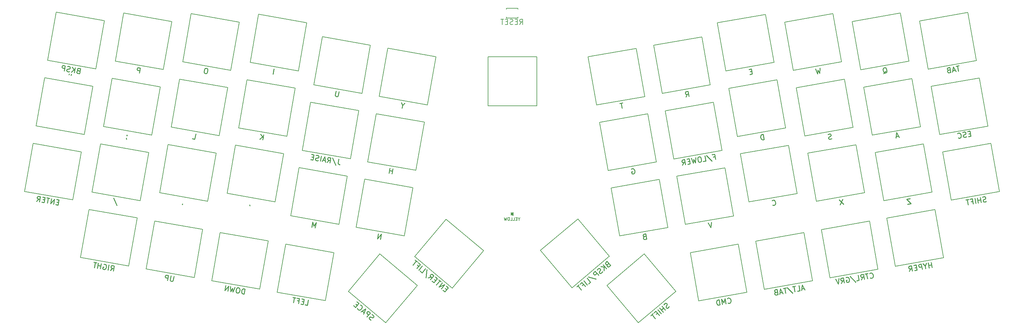
<source format=gbr>
G04 #@! TF.GenerationSoftware,KiCad,Pcbnew,(6.0.0-rc1-dev-1469-g932b9a334)*
G04 #@! TF.CreationDate,2019-08-24T21:44:17-07:00
G04 #@! TF.ProjectId,Laptreus-v2,4c617074-7265-4757-932d-76322e6b6963,rev?*
G04 #@! TF.SameCoordinates,Original*
G04 #@! TF.FileFunction,Legend,Bot*
G04 #@! TF.FilePolarity,Positive*
%FSLAX46Y46*%
G04 Gerber Fmt 4.6, Leading zero omitted, Abs format (unit mm)*
G04 Created by KiCad (PCBNEW (6.0.0-rc1-dev-1469-g932b9a334)) date Saturday, August 24, 2019 at 09:44:17 PM*
%MOMM*%
%LPD*%
G04 APERTURE LIST*
%ADD10C,0.200000*%
%ADD11C,0.150000*%
%ADD12C,0.250000*%
G04 APERTURE END LIST*
D10*
X235177727Y-77498946D02*
X235677727Y-76784660D01*
X236034870Y-77498946D02*
X236034870Y-75998946D01*
X235463441Y-75998946D01*
X235320584Y-76070375D01*
X235249156Y-76141803D01*
X235177727Y-76284660D01*
X235177727Y-76498946D01*
X235249156Y-76641803D01*
X235320584Y-76713232D01*
X235463441Y-76784660D01*
X236034870Y-76784660D01*
X234534870Y-76713232D02*
X234034870Y-76713232D01*
X233820584Y-77498946D02*
X234534870Y-77498946D01*
X234534870Y-75998946D01*
X233820584Y-75998946D01*
X233249156Y-77427517D02*
X233034870Y-77498946D01*
X232677727Y-77498946D01*
X232534870Y-77427517D01*
X232463441Y-77356089D01*
X232392013Y-77213232D01*
X232392013Y-77070375D01*
X232463441Y-76927517D01*
X232534870Y-76856089D01*
X232677727Y-76784660D01*
X232963441Y-76713232D01*
X233106298Y-76641803D01*
X233177727Y-76570375D01*
X233249156Y-76427517D01*
X233249156Y-76284660D01*
X233177727Y-76141803D01*
X233106298Y-76070375D01*
X232963441Y-75998946D01*
X232606298Y-75998946D01*
X232392013Y-76070375D01*
X231749156Y-76713232D02*
X231249156Y-76713232D01*
X231034870Y-77498946D02*
X231749156Y-77498946D01*
X231749156Y-75998946D01*
X231034870Y-75998946D01*
X230606298Y-75998946D02*
X229749156Y-75998946D01*
X230177727Y-77498946D02*
X230177727Y-75998946D01*
D11*
G04 #@! TO.C,SW1*
X365897979Y-87862165D02*
X363466904Y-74074856D01*
X363466904Y-74074856D02*
X349679595Y-76505931D01*
X352110670Y-90293240D02*
X365897979Y-87862165D01*
X349679595Y-76505931D02*
X352110670Y-90293240D01*
G04 #@! TO.C,SW2*
X346586060Y-88043398D02*
X344154985Y-74256089D01*
X344154985Y-74256089D02*
X330367676Y-76687164D01*
X332798751Y-90474473D02*
X346586060Y-88043398D01*
X330367676Y-76687164D02*
X332798751Y-90474473D01*
G04 #@! TO.C,SW19*
X194129370Y-103079328D02*
X191698295Y-116866637D01*
X191698295Y-116866637D02*
X205485604Y-119297712D01*
X207916679Y-105510403D02*
X194129370Y-103079328D01*
X205485604Y-119297712D02*
X207916679Y-105510403D01*
G04 #@! TO.C,SW3*
X311055756Y-76868398D02*
X313486831Y-90655707D01*
X313486831Y-90655707D02*
X327274140Y-88224632D01*
X324843065Y-74437323D02*
X311055756Y-76868398D01*
X327274140Y-88224632D02*
X324843065Y-74437323D01*
G04 #@! TO.C,SW12*
X102521038Y-73986184D02*
X100089963Y-87773493D01*
X100089963Y-87773493D02*
X113877272Y-90204568D01*
X116308347Y-76417259D02*
X102521038Y-73986184D01*
X113877272Y-90204568D02*
X116308347Y-76417259D01*
G04 #@! TO.C,SW11*
X121843684Y-74213515D02*
X119412609Y-88000824D01*
X119412609Y-88000824D02*
X133199918Y-90431899D01*
X135630993Y-76644590D02*
X121843684Y-74213515D01*
X133199918Y-90431899D02*
X135630993Y-76644590D01*
G04 #@! TO.C,SW47*
X130680278Y-133803276D02*
X128249203Y-147590585D01*
X128249203Y-147590585D02*
X142036512Y-150021660D01*
X144467587Y-136234351D02*
X130680278Y-133803276D01*
X142036512Y-150021660D02*
X144467587Y-136234351D01*
G04 #@! TO.C,SW24*
X110579999Y-109011253D02*
X113011074Y-95223944D01*
X113011074Y-95223944D02*
X99223765Y-92792869D01*
X96792690Y-106580178D02*
X110579999Y-109011253D01*
X99223765Y-92792869D02*
X96792690Y-106580178D01*
G04 #@! TO.C,SW_RESET2*
X226099155Y-86795373D02*
X226099155Y-100795373D01*
X226099155Y-100795373D02*
X240099155Y-100795373D01*
X240099155Y-86795373D02*
X226099155Y-86795373D01*
X240099155Y-100795373D02*
X240099155Y-86795373D01*
G04 #@! TO.C,SW4*
X291743834Y-77049630D02*
X294174909Y-90836939D01*
X294174909Y-90836939D02*
X307962218Y-88405864D01*
X305531143Y-74618555D02*
X291743834Y-77049630D01*
X307962218Y-88405864D02*
X305531143Y-74618555D01*
G04 #@! TO.C,SW5*
X273534581Y-83484392D02*
X275965656Y-97271701D01*
X275965656Y-97271701D02*
X289752965Y-94840626D01*
X287321890Y-81053317D02*
X273534581Y-83484392D01*
X289752965Y-94840626D02*
X287321890Y-81053317D01*
G04 #@! TO.C,SW6*
X254773992Y-86792390D02*
X257205067Y-100579699D01*
X257205067Y-100579699D02*
X270992376Y-98148624D01*
X268561301Y-84361315D02*
X254773992Y-86792390D01*
X270992376Y-98148624D02*
X268561301Y-84361315D01*
G04 #@! TO.C,SW7*
X197437368Y-84318741D02*
X195006293Y-98106050D01*
X195006293Y-98106050D02*
X208793602Y-100537125D01*
X211224677Y-86749816D02*
X197437368Y-84318741D01*
X208793602Y-100537125D02*
X211224677Y-86749816D01*
G04 #@! TO.C,SW8*
X178676780Y-81010743D02*
X176245705Y-94798052D01*
X176245705Y-94798052D02*
X190033014Y-97229127D01*
X192464089Y-83441818D02*
X178676780Y-81010743D01*
X190033014Y-97229127D02*
X192464089Y-83441818D01*
G04 #@! TO.C,SW9*
X160467524Y-74575981D02*
X158036449Y-88363290D01*
X158036449Y-88363290D02*
X171823758Y-90794365D01*
X174254833Y-77007056D02*
X160467524Y-74575981D01*
X171823758Y-90794365D02*
X174254833Y-77007056D01*
G04 #@! TO.C,SW10*
X141155605Y-74394747D02*
X138724530Y-88182056D01*
X138724530Y-88182056D02*
X152511839Y-90613131D01*
X154942914Y-76825822D02*
X141155605Y-74394747D01*
X152511839Y-90613131D02*
X154942914Y-76825822D01*
G04 #@! TO.C,SW13*
X369205979Y-106622753D02*
X366774904Y-92835444D01*
X366774904Y-92835444D02*
X352987595Y-95266519D01*
X355418670Y-109053828D02*
X369205979Y-106622753D01*
X352987595Y-95266519D02*
X355418670Y-109053828D01*
G04 #@! TO.C,SW14*
X349894057Y-106803985D02*
X347462982Y-93016676D01*
X347462982Y-93016676D02*
X333675673Y-95447751D01*
X336106748Y-109235060D02*
X349894057Y-106803985D01*
X333675673Y-95447751D02*
X336106748Y-109235060D01*
G04 #@! TO.C,SW15*
X314363754Y-95628983D02*
X316794829Y-109416292D01*
X316794829Y-109416292D02*
X330582138Y-106985217D01*
X328151063Y-93197908D02*
X314363754Y-95628983D01*
X330582138Y-106985217D02*
X328151063Y-93197908D01*
G04 #@! TO.C,SW16*
X295051833Y-95810218D02*
X297482908Y-109597527D01*
X297482908Y-109597527D02*
X311270217Y-107166452D01*
X308839142Y-93379143D02*
X295051833Y-95810218D01*
X311270217Y-107166452D02*
X308839142Y-93379143D01*
G04 #@! TO.C,SW17*
X276842577Y-102244980D02*
X279273652Y-116032289D01*
X279273652Y-116032289D02*
X293060961Y-113601214D01*
X290629886Y-99813905D02*
X276842577Y-102244980D01*
X293060961Y-113601214D02*
X290629886Y-99813905D01*
G04 #@! TO.C,SW18*
X258081990Y-105552979D02*
X260513065Y-119340288D01*
X260513065Y-119340288D02*
X274300374Y-116909213D01*
X271869299Y-103121904D02*
X258081990Y-105552979D01*
X274300374Y-116909213D02*
X271869299Y-103121904D01*
G04 #@! TO.C,SW20*
X175368783Y-99771329D02*
X172937708Y-113558638D01*
X172937708Y-113558638D02*
X186725017Y-115989713D01*
X189156092Y-102202404D02*
X175368783Y-99771329D01*
X186725017Y-115989713D02*
X189156092Y-102202404D01*
G04 #@! TO.C,SW21*
X157159527Y-93336568D02*
X154728452Y-107123877D01*
X154728452Y-107123877D02*
X168515761Y-109554952D01*
X170946836Y-95767643D02*
X157159527Y-93336568D01*
X168515761Y-109554952D02*
X170946836Y-95767643D01*
G04 #@! TO.C,SW22*
X137847609Y-93155333D02*
X135416534Y-106942642D01*
X135416534Y-106942642D02*
X149203843Y-109373717D01*
X151634918Y-95586408D02*
X137847609Y-93155333D01*
X149203843Y-109373717D02*
X151634918Y-95586408D01*
G04 #@! TO.C,SW23*
X118535686Y-92974102D02*
X116104611Y-106761411D01*
X116104611Y-106761411D02*
X129891920Y-109192486D01*
X132322995Y-95405177D02*
X118535686Y-92974102D01*
X129891920Y-109192486D02*
X132322995Y-95405177D01*
G04 #@! TO.C,SW25*
X356295596Y-114027106D02*
X358726671Y-127814415D01*
X358726671Y-127814415D02*
X372513980Y-125383340D01*
X370082905Y-111596031D02*
X356295596Y-114027106D01*
X372513980Y-125383340D02*
X370082905Y-111596031D01*
G04 #@! TO.C,SW26*
X336983671Y-114208340D02*
X339414746Y-127995649D01*
X339414746Y-127995649D02*
X353202055Y-125564574D01*
X350770980Y-111777265D02*
X336983671Y-114208340D01*
X353202055Y-125564574D02*
X350770980Y-111777265D01*
G04 #@! TO.C,SW27*
X317671751Y-114389572D02*
X320102826Y-128176881D01*
X320102826Y-128176881D02*
X333890135Y-125745806D01*
X331459060Y-111958497D02*
X317671751Y-114389572D01*
X333890135Y-125745806D02*
X331459060Y-111958497D01*
G04 #@! TO.C,SW28*
X298359832Y-114570805D02*
X300790907Y-128358114D01*
X300790907Y-128358114D02*
X314578216Y-125927039D01*
X312147141Y-112139730D02*
X298359832Y-114570805D01*
X314578216Y-125927039D02*
X312147141Y-112139730D01*
G04 #@! TO.C,SW29*
X280150577Y-121005568D02*
X282581652Y-134792877D01*
X282581652Y-134792877D02*
X296368961Y-132361802D01*
X293937886Y-118574493D02*
X280150577Y-121005568D01*
X296368961Y-132361802D02*
X293937886Y-118574493D01*
G04 #@! TO.C,SW30*
X261389987Y-124313565D02*
X263821062Y-138100874D01*
X263821062Y-138100874D02*
X277608371Y-135669799D01*
X275177296Y-121882490D02*
X261389987Y-124313565D01*
X277608371Y-135669799D02*
X275177296Y-121882490D01*
G04 #@! TO.C,SW31*
X190821372Y-121839916D02*
X188390297Y-135627225D01*
X188390297Y-135627225D02*
X202177606Y-138058300D01*
X204608681Y-124270991D02*
X190821372Y-121839916D01*
X202177606Y-138058300D02*
X204608681Y-124270991D01*
G04 #@! TO.C,SW32*
X172060785Y-118531919D02*
X169629710Y-132319228D01*
X169629710Y-132319228D02*
X183417019Y-134750303D01*
X185848094Y-120962994D02*
X172060785Y-118531919D01*
X183417019Y-134750303D02*
X185848094Y-120962994D01*
G04 #@! TO.C,SW33*
X153851528Y-112097156D02*
X151420453Y-125884465D01*
X151420453Y-125884465D02*
X165207762Y-128315540D01*
X167638837Y-114528231D02*
X153851528Y-112097156D01*
X165207762Y-128315540D02*
X167638837Y-114528231D01*
G04 #@! TO.C,SW34*
X134539609Y-111915923D02*
X132108534Y-125703232D01*
X132108534Y-125703232D02*
X145895843Y-128134307D01*
X148326918Y-114346998D02*
X134539609Y-111915923D01*
X145895843Y-128134307D02*
X148326918Y-114346998D01*
G04 #@! TO.C,SW37*
X340291669Y-132968927D02*
X342722744Y-146756236D01*
X342722744Y-146756236D02*
X356510053Y-144325161D01*
X354078978Y-130537852D02*
X340291669Y-132968927D01*
X356510053Y-144325161D02*
X354078978Y-130537852D01*
G04 #@! TO.C,SW38*
X321531082Y-136276925D02*
X323962157Y-150064234D01*
X323962157Y-150064234D02*
X337749466Y-147633159D01*
X335318391Y-133845850D02*
X321531082Y-136276925D01*
X337749466Y-147633159D02*
X335318391Y-133845850D01*
G04 #@! TO.C,SW39*
X302770495Y-139584921D02*
X305201570Y-153372230D01*
X305201570Y-153372230D02*
X318988879Y-150941155D01*
X316557804Y-137153846D02*
X302770495Y-139584921D01*
X318988879Y-150941155D02*
X316557804Y-137153846D01*
G04 #@! TO.C,SW40*
X284009909Y-142892920D02*
X286440984Y-156680229D01*
X286440984Y-156680229D02*
X300228293Y-154249154D01*
X297797218Y-140461845D02*
X284009909Y-142892920D01*
X300228293Y-154249154D02*
X297797218Y-140461845D01*
G04 #@! TO.C,SW41*
X260137553Y-152271387D02*
X269136579Y-162996009D01*
X269136579Y-162996009D02*
X279861201Y-153996983D01*
X270862175Y-143272361D02*
X260137553Y-152271387D01*
X279861201Y-153996983D02*
X270862175Y-143272361D01*
G04 #@! TO.C,SW42*
X241137147Y-142206578D02*
X250136173Y-152931200D01*
X250136173Y-152931200D02*
X260860795Y-143932174D01*
X251861769Y-133207552D02*
X241137147Y-142206578D01*
X260860795Y-143932174D02*
X251861769Y-133207552D01*
G04 #@! TO.C,SW44*
X195136571Y-143270343D02*
X186137545Y-153994965D01*
X186137545Y-153994965D02*
X196862167Y-162993991D01*
X205861193Y-152269369D02*
X195136571Y-143270343D01*
X196862167Y-162993991D02*
X205861193Y-152269369D01*
G04 #@! TO.C,SW45*
X168201453Y-140419271D02*
X165770378Y-154206580D01*
X165770378Y-154206580D02*
X179557687Y-156637655D01*
X181988762Y-142850346D02*
X168201453Y-140419271D01*
X179557687Y-156637655D02*
X181988762Y-142850346D01*
G04 #@! TO.C,SW46*
X149440867Y-137111273D02*
X147009792Y-150898582D01*
X147009792Y-150898582D02*
X160797101Y-153329657D01*
X163228176Y-139542348D02*
X149440867Y-137111273D01*
X160797101Y-153329657D02*
X163228176Y-139542348D01*
G04 #@! TO.C,SW43*
X214136614Y-133304016D02*
X205137588Y-144028638D01*
X205137588Y-144028638D02*
X215862210Y-153027664D01*
X224861236Y-142303042D02*
X214136614Y-133304016D01*
X215862210Y-153027664D02*
X224861236Y-142303042D01*
G04 #@! TO.C,SW36*
X95915769Y-111553457D02*
X93484694Y-125340766D01*
X93484694Y-125340766D02*
X107272003Y-127771841D01*
X109703078Y-113984532D02*
X95915769Y-111553457D01*
X107272003Y-127771841D02*
X109703078Y-113984532D01*
G04 #@! TO.C,SW48*
X111919691Y-130495277D02*
X109488616Y-144282586D01*
X109488616Y-144282586D02*
X123275925Y-146713661D01*
X125707000Y-132926352D02*
X111919691Y-130495277D01*
X123275925Y-146713661D02*
X125707000Y-132926352D01*
G04 #@! TO.C,SW35*
X115227689Y-111734691D02*
X112796614Y-125522000D01*
X112796614Y-125522000D02*
X126583923Y-127953075D01*
X129014998Y-114165766D02*
X115227689Y-111734691D01*
X126583923Y-127953075D02*
X129014998Y-114165766D01*
G04 #@! TO.C,SW_RESET1*
X231349157Y-72845374D02*
X231349157Y-73145374D01*
X234649157Y-72845374D02*
X231349157Y-72845374D01*
X234649157Y-73145374D02*
X234649157Y-72845374D01*
X231349157Y-75645374D02*
X231349157Y-75345374D01*
X234649157Y-75645374D02*
X231349157Y-75645374D01*
X234649157Y-75345374D02*
X234649157Y-75645374D01*
G04 #@! TO.C,L1*
G36*
X233253156Y-131795375D02*
G01*
X232745156Y-132176375D01*
X232745156Y-131414375D01*
X233253156Y-131795375D01*
G37*
X233253156Y-131795375D02*
X232745156Y-132176375D01*
X232745156Y-131414375D01*
X233253156Y-131795375D01*
G36*
X233139656Y-132239875D02*
G01*
X233139656Y-131350875D01*
X233330156Y-131350875D01*
X233330156Y-132239875D01*
X233139656Y-132239875D01*
G37*
X233139656Y-132239875D02*
X233139656Y-131350875D01*
X233330156Y-131350875D01*
X233330156Y-132239875D01*
X233139656Y-132239875D01*
G04 #@! TO.C,SW1*
D12*
X360898549Y-89331196D02*
X360054428Y-89480037D01*
X360736961Y-90882828D02*
X360476488Y-89405616D01*
X359818419Y-90609609D02*
X359114985Y-90733643D01*
X360033527Y-91006862D02*
X359280650Y-89616475D01*
X359048719Y-91180510D01*
X357927473Y-90580381D02*
X357728846Y-90687935D01*
X357670906Y-90770682D01*
X357625370Y-90923772D01*
X357662580Y-91134802D01*
X357757731Y-91263086D01*
X357840477Y-91321025D01*
X357993568Y-91366562D01*
X358556315Y-91267334D01*
X358295843Y-89790123D01*
X357803439Y-89876947D01*
X357675155Y-89972097D01*
X357617215Y-90054844D01*
X357571679Y-90207934D01*
X357596486Y-90348621D01*
X357691636Y-90476905D01*
X357774383Y-90534845D01*
X357927473Y-90580381D01*
X358419877Y-90493557D01*
G04 #@! TO.C,SW2*
X339329045Y-91603551D02*
X339457328Y-91508401D01*
X339573208Y-91342907D01*
X339747028Y-91094667D01*
X339875311Y-90999516D01*
X340015998Y-90974710D01*
X340007672Y-91338830D02*
X340135955Y-91243680D01*
X340251835Y-91078186D01*
X340272565Y-90784409D01*
X340185741Y-90292005D01*
X340065784Y-90023035D01*
X339900290Y-89907155D01*
X339747200Y-89861618D01*
X339465826Y-89911232D01*
X339337543Y-90006382D01*
X339221663Y-90171876D01*
X339200933Y-90465653D01*
X339287757Y-90958057D01*
X339407714Y-91227027D01*
X339573208Y-91342907D01*
X339726298Y-91388444D01*
X340007672Y-91338830D01*
G04 #@! TO.C,SW19*
X198635704Y-120302069D02*
X198896177Y-118824857D01*
X198772142Y-119528291D02*
X197928021Y-119379450D01*
X197791583Y-120153227D02*
X198052056Y-118676016D01*
G04 #@! TO.C,SW3*
X321131409Y-89996800D02*
X321040164Y-91536029D01*
X320572739Y-90530492D01*
X320477417Y-91635257D01*
X319865227Y-90220062D01*
G04 #@! TO.C,SW12*
X108816880Y-90726628D02*
X108593447Y-90759761D01*
X108510700Y-90817701D01*
X108415549Y-90945984D01*
X108378339Y-91157015D01*
X108423876Y-91310105D01*
X108481816Y-91392852D01*
X108610099Y-91488002D01*
X109172846Y-91587230D01*
X109433319Y-90110018D01*
X108940915Y-90023194D01*
X108787824Y-90068730D01*
X108705078Y-90126670D01*
X108609927Y-90254954D01*
X108585120Y-90395640D01*
X108630657Y-90548731D01*
X108688597Y-90631478D01*
X108816880Y-90726628D01*
X109309284Y-90813452D01*
X107695635Y-91326757D02*
X107956107Y-89849546D01*
X106851514Y-91177916D02*
X107633446Y-90445426D01*
X107111986Y-89700704D02*
X107807266Y-90693667D01*
X106301170Y-91008345D02*
X106077736Y-91041478D01*
X105726019Y-90979461D01*
X105597736Y-90884311D01*
X105539796Y-90801564D01*
X105494259Y-90648473D01*
X105519066Y-90507787D01*
X105614216Y-90379503D01*
X105696963Y-90321563D01*
X105850054Y-90276027D01*
X106143831Y-90255297D01*
X106296921Y-90209761D01*
X106379668Y-90151821D01*
X106474818Y-90023537D01*
X106499625Y-89882850D01*
X106454088Y-89729760D01*
X106396148Y-89647013D01*
X106267865Y-89551863D01*
X105916148Y-89489846D01*
X105692714Y-89522979D01*
X104811555Y-90818216D02*
X105072027Y-89341005D01*
X104509280Y-89241777D01*
X104356190Y-89287314D01*
X104273443Y-89345253D01*
X104178292Y-89473537D01*
X104141082Y-89684567D01*
X104186619Y-89837657D01*
X104244559Y-89920404D01*
X104372842Y-90015555D01*
X104935589Y-90114782D01*
G04 #@! TO.C,SW11*
X126314847Y-91430054D02*
X126575319Y-89952842D01*
X126012572Y-89853615D01*
X125859481Y-89899151D01*
X125776734Y-89957091D01*
X125681584Y-90085375D01*
X125644374Y-90296405D01*
X125689910Y-90449495D01*
X125747850Y-90532242D01*
X125876134Y-90627392D01*
X126438881Y-90726620D01*
G04 #@! TO.C,SW47*
X136185690Y-149679041D02*
X135974832Y-150874879D01*
X135879682Y-151003162D01*
X135796935Y-151061102D01*
X135643844Y-151106639D01*
X135362471Y-151057025D01*
X135234187Y-150961875D01*
X135176247Y-150879128D01*
X135130711Y-150726038D01*
X135341569Y-149530200D01*
X134377663Y-150883377D02*
X134638135Y-149406165D01*
X134075388Y-149306938D01*
X133922298Y-149352474D01*
X133839551Y-149410414D01*
X133744401Y-149538698D01*
X133707190Y-149749728D01*
X133752727Y-149902818D01*
X133810667Y-149985565D01*
X133938950Y-150080715D01*
X134501697Y-150179943D01*
G04 #@! TO.C,SW24*
X106801905Y-91771859D02*
X106752291Y-92053233D01*
X106239157Y-91672632D02*
X106189544Y-91954005D01*
G04 #@! TO.C,SW4*
X301626976Y-90937282D02*
X301134572Y-91024106D01*
X301059979Y-91835094D02*
X301763414Y-91711059D01*
X301502941Y-90233848D01*
X300799507Y-90357882D01*
G04 #@! TO.C,SW5*
X282780383Y-98282259D02*
X283148752Y-97492001D01*
X283624504Y-98133418D02*
X283364032Y-96656206D01*
X282801284Y-96755434D01*
X282673001Y-96850584D01*
X282615061Y-96933331D01*
X282569525Y-97086421D01*
X282606735Y-97297452D01*
X282701885Y-97425735D01*
X282784632Y-97483675D01*
X282937722Y-97529211D01*
X283500470Y-97429984D01*
G04 #@! TO.C,SW6*
X264638614Y-99958003D02*
X263794493Y-100106844D01*
X264477026Y-101509635D02*
X264216554Y-100032423D01*
G04 #@! TO.C,SW7*
X201645676Y-100763627D02*
X201521642Y-101467061D01*
X202274518Y-100076673D02*
X201645676Y-100763627D01*
X201289710Y-99903025D01*
G04 #@! TO.C,SW8*
X183443587Y-96756272D02*
X183232728Y-97952110D01*
X183137578Y-98080393D01*
X183054831Y-98138333D01*
X182901741Y-98183870D01*
X182620367Y-98134256D01*
X182492084Y-98039106D01*
X182434144Y-97956359D01*
X182388607Y-97803269D01*
X182599466Y-96607431D01*
G04 #@! TO.C,SW9*
X164551798Y-91724301D02*
X164812270Y-90247089D01*
G04 #@! TO.C,SW10*
X145641038Y-90090662D02*
X145359664Y-90041048D01*
X145206574Y-90086585D01*
X145041080Y-90202465D01*
X144921123Y-90471435D01*
X144834299Y-90963839D01*
X144855029Y-91257616D01*
X144970909Y-91423110D01*
X145099192Y-91518260D01*
X145380566Y-91567874D01*
X145533656Y-91522337D01*
X145699150Y-91406457D01*
X145819107Y-91137487D01*
X145905931Y-90645083D01*
X145885201Y-90351306D01*
X145769321Y-90185812D01*
X145641038Y-90090662D01*
G04 #@! TO.C,SW13*
X364189135Y-108729772D02*
X363696731Y-108816596D01*
X363622138Y-109627584D02*
X364325572Y-109503550D01*
X364065100Y-108026338D01*
X363361666Y-108150373D01*
X363046988Y-109656468D02*
X362848361Y-109764022D01*
X362496644Y-109826039D01*
X362343554Y-109780503D01*
X362260807Y-109722563D01*
X362165656Y-109594279D01*
X362140849Y-109453593D01*
X362186386Y-109300502D01*
X362244326Y-109217756D01*
X362372609Y-109122605D01*
X362641580Y-109002648D01*
X362769863Y-108907498D01*
X362827803Y-108824751D01*
X362873339Y-108671661D01*
X362848533Y-108530974D01*
X362753382Y-108402690D01*
X362670635Y-108344750D01*
X362517545Y-108299214D01*
X362165828Y-108361231D01*
X361967201Y-108468785D01*
X360713252Y-109995439D02*
X360795998Y-110053379D01*
X361019432Y-110086512D01*
X361160119Y-110061705D01*
X361358746Y-109954151D01*
X361474626Y-109788657D01*
X361520162Y-109635567D01*
X361540892Y-109341790D01*
X361503682Y-109130760D01*
X361383724Y-108861790D01*
X361288574Y-108733506D01*
X361123080Y-108617626D01*
X360899647Y-108584493D01*
X360758960Y-108609300D01*
X360560333Y-108716854D01*
X360502393Y-108799601D01*
G04 #@! TO.C,SW14*
X343619284Y-109454559D02*
X342915849Y-109578594D01*
X343834391Y-109851813D02*
X343081515Y-108461425D01*
X342849583Y-110025461D01*
G04 #@! TO.C,SW15*
X324476445Y-110201464D02*
X324277818Y-110309018D01*
X323926101Y-110371035D01*
X323773011Y-110325498D01*
X323690264Y-110267558D01*
X323595114Y-110139275D01*
X323570307Y-109998588D01*
X323615844Y-109845498D01*
X323673784Y-109762751D01*
X323802067Y-109667601D01*
X324071037Y-109547644D01*
X324199321Y-109452493D01*
X324257261Y-109369746D01*
X324302797Y-109216656D01*
X324277990Y-109075969D01*
X324182840Y-108947686D01*
X324100093Y-108889746D01*
X323947003Y-108844209D01*
X323595286Y-108906227D01*
X323396659Y-109013780D01*
G04 #@! TO.C,SW16*
X305141756Y-110459244D02*
X304881284Y-108982032D01*
X304529567Y-109044050D01*
X304330940Y-109151603D01*
X304215060Y-109317097D01*
X304169523Y-109470187D01*
X304148794Y-109763964D01*
X304186004Y-109974995D01*
X304305961Y-110243965D01*
X304401112Y-110372248D01*
X304566605Y-110488128D01*
X304790039Y-110521261D01*
X305141756Y-110459244D01*
G04 #@! TO.C,SW17*
X290594606Y-115450443D02*
X291087010Y-115363619D01*
X291223448Y-116137396D02*
X290962976Y-114660184D01*
X290259542Y-114784219D01*
X288629240Y-114999155D02*
X290230314Y-116675165D01*
X287706277Y-116757568D02*
X288409712Y-116633534D01*
X288149239Y-115156322D01*
X286672028Y-115416794D02*
X286390654Y-115466408D01*
X286262371Y-115561558D01*
X286146491Y-115727052D01*
X286125761Y-116020829D01*
X286212585Y-116513233D01*
X286332542Y-116782203D01*
X286498036Y-116898083D01*
X286651126Y-116943620D01*
X286932500Y-116894006D01*
X287060783Y-116798856D01*
X287176663Y-116633362D01*
X287197393Y-116339585D01*
X287110569Y-115847181D01*
X286990612Y-115578211D01*
X286825118Y-115462331D01*
X286672028Y-115416794D01*
X285546533Y-115615249D02*
X285455288Y-117154478D01*
X284987863Y-116148941D01*
X284892541Y-117253706D01*
X284280352Y-115838511D01*
X283841639Y-116641173D02*
X283349235Y-116727997D01*
X283274643Y-117538985D02*
X283978077Y-117414951D01*
X283717604Y-115937739D01*
X283014170Y-116061773D01*
X281797431Y-117799457D02*
X282165800Y-117009199D01*
X282641552Y-117650616D02*
X282381080Y-116173404D01*
X281818332Y-116272632D01*
X281690049Y-116367782D01*
X281632109Y-116450529D01*
X281586572Y-116603619D01*
X281623783Y-116814649D01*
X281718933Y-116942933D01*
X281801680Y-117000873D01*
X281954770Y-117046409D01*
X282517517Y-116947182D01*
G04 #@! TO.C,SW18*
X267150067Y-118931575D02*
X267278350Y-118836424D01*
X267489380Y-118799214D01*
X267712814Y-118832347D01*
X267878308Y-118948227D01*
X267973458Y-119076510D01*
X268093415Y-119345481D01*
X268130625Y-119556511D01*
X268109896Y-119850288D01*
X268064359Y-120003378D01*
X267948479Y-120168872D01*
X267749852Y-120276426D01*
X267609166Y-120301233D01*
X267385732Y-120268099D01*
X267302985Y-120210159D01*
X267216161Y-119717756D01*
X267497535Y-119668142D01*
G04 #@! TO.C,SW20*
X183371386Y-116087416D02*
X183185335Y-117142567D01*
X183218468Y-117366001D01*
X183334348Y-117531495D01*
X183532975Y-117639048D01*
X183673661Y-117663855D01*
X181625205Y-115706987D02*
X182556493Y-117829521D01*
X180015804Y-117018876D02*
X180632242Y-116402266D01*
X180859925Y-117167718D02*
X181120397Y-115690506D01*
X180557650Y-115591279D01*
X180404560Y-115636815D01*
X180321813Y-115694755D01*
X180226663Y-115823038D01*
X180189452Y-116034069D01*
X180234989Y-116187159D01*
X180292929Y-116269906D01*
X180421212Y-116365056D01*
X180983959Y-116464284D01*
X179527477Y-116497588D02*
X178824043Y-116373554D01*
X179593744Y-116944456D02*
X179361812Y-115380420D01*
X178608936Y-116770808D01*
X178116532Y-116683984D02*
X178377004Y-115206772D01*
X177495845Y-116502009D02*
X177272411Y-116535142D01*
X176920694Y-116473125D01*
X176792411Y-116377975D01*
X176734471Y-116295228D01*
X176688934Y-116142138D01*
X176713741Y-116001451D01*
X176808891Y-115873167D01*
X176891638Y-115815227D01*
X177044728Y-115769691D01*
X177338506Y-115748961D01*
X177491596Y-115703425D01*
X177574343Y-115645485D01*
X177669493Y-115517201D01*
X177694300Y-115376515D01*
X177648763Y-115223424D01*
X177590823Y-115140677D01*
X177462540Y-115045527D01*
X177110823Y-114983510D01*
X176887389Y-115016643D01*
X176142668Y-115538103D02*
X175650264Y-115451279D01*
X175302796Y-116187846D02*
X176006230Y-116311880D01*
X176266702Y-114834669D01*
X175563268Y-114710634D01*
G04 #@! TO.C,SW21*
X161630690Y-110553107D02*
X161891162Y-109075895D01*
X160786569Y-110404266D02*
X161568501Y-109671776D01*
X161047041Y-108927054D02*
X161742321Y-109920016D01*
G04 #@! TO.C,SW22*
X141474651Y-110223031D02*
X142178085Y-110347065D01*
X142438557Y-108869853D01*
G04 #@! TO.C,SW23*
X122562020Y-110039675D02*
X122549616Y-110110018D01*
X122595153Y-110263109D01*
X122653093Y-110345856D01*
X122781205Y-109207958D02*
X122698458Y-109265898D01*
X122756398Y-109348644D01*
X122839145Y-109290704D01*
X122781205Y-109207958D01*
X122756398Y-109348644D01*
G04 #@! TO.C,SW25*
X368729620Y-128190273D02*
X368530993Y-128297827D01*
X368179276Y-128359844D01*
X368026186Y-128314308D01*
X367943439Y-128256368D01*
X367848289Y-128128084D01*
X367823482Y-127987398D01*
X367869018Y-127834307D01*
X367926958Y-127751560D01*
X368055242Y-127656410D01*
X368324212Y-127536453D01*
X368452495Y-127441303D01*
X368510435Y-127358556D01*
X368555972Y-127205466D01*
X368531165Y-127064779D01*
X368436014Y-126936495D01*
X368353268Y-126878555D01*
X368200177Y-126833019D01*
X367848460Y-126895036D01*
X367649833Y-127002590D01*
X367264812Y-128521089D02*
X367004339Y-127043877D01*
X367128374Y-127747311D02*
X366284253Y-127896153D01*
X366420691Y-128669930D02*
X366160218Y-127192719D01*
X365717257Y-128793965D02*
X365456784Y-127316753D01*
X364384981Y-128231046D02*
X364877385Y-128144222D01*
X365013822Y-128917999D02*
X364753350Y-127440787D01*
X364049916Y-127564822D01*
X363698199Y-127626839D02*
X362854078Y-127775680D01*
X363536611Y-129178471D02*
X363276139Y-127701260D01*
G04 #@! TO.C,SW26*
X346918637Y-127361549D02*
X345933829Y-127535197D01*
X347179109Y-128838761D01*
X346194301Y-129012409D01*
G04 #@! TO.C,SW27*
X327606717Y-127542781D02*
X326882381Y-129193641D01*
X326621909Y-127716429D02*
X327867189Y-129019993D01*
G04 #@! TO.C,SW28*
X307580827Y-129227985D02*
X307663574Y-129285925D01*
X307887008Y-129319059D01*
X308027694Y-129294252D01*
X308226321Y-129186698D01*
X308342201Y-129021204D01*
X308387738Y-128868114D01*
X308408467Y-128574337D01*
X308371257Y-128363307D01*
X308251300Y-128094336D01*
X308156150Y-127966053D01*
X307990656Y-127850173D01*
X307767222Y-127817040D01*
X307626535Y-127841847D01*
X307427909Y-127949401D01*
X307369969Y-128032147D01*
G04 #@! TO.C,SW29*
X290085543Y-134158777D02*
X289853611Y-135722813D01*
X289100735Y-134332425D01*
G04 #@! TO.C,SW30*
X270851068Y-138275638D02*
X270652441Y-138383191D01*
X270594501Y-138465938D01*
X270548965Y-138619028D01*
X270586175Y-138830059D01*
X270681326Y-138958342D01*
X270764072Y-139016282D01*
X270917163Y-139061819D01*
X271479910Y-138962591D01*
X271219438Y-137485379D01*
X270727034Y-137572203D01*
X270598750Y-137667354D01*
X270540810Y-137750101D01*
X270495274Y-137903191D01*
X270520081Y-138043878D01*
X270615231Y-138172161D01*
X270697978Y-138230101D01*
X270851068Y-138275638D01*
X271343472Y-138188813D01*
G04 #@! TO.C,SW31*
X195327706Y-139062657D02*
X195588179Y-137585445D01*
X194483585Y-138913815D01*
X194744058Y-137436604D01*
G04 #@! TO.C,SW32*
X176637463Y-135767063D02*
X176897935Y-134289851D01*
X176219479Y-135258178D01*
X175913127Y-134116203D01*
X175652655Y-135593415D01*
G04 #@! TO.C,SW33*
X157877862Y-129162729D02*
X157865458Y-129233072D01*
X157910995Y-129386163D01*
X157968935Y-129468910D01*
G04 #@! TO.C,SW34*
X138648690Y-128923556D02*
X138565943Y-128981496D01*
X138623883Y-129064243D01*
X138706630Y-129006303D01*
X138648690Y-128923556D01*
X138623883Y-129064243D01*
G04 #@! TO.C,SW37*
X353195328Y-147121815D02*
X352934856Y-145644604D01*
X353058891Y-146348038D02*
X352214770Y-146496879D01*
X352351207Y-147270657D02*
X352090735Y-145793445D01*
X351242365Y-146740871D02*
X351366400Y-147444305D01*
X351598331Y-145880269D02*
X351242365Y-146740871D01*
X350613524Y-146053917D01*
X350381592Y-147617953D02*
X350121120Y-146140741D01*
X349558372Y-146239969D01*
X349430089Y-146335119D01*
X349372149Y-146417866D01*
X349326613Y-146570956D01*
X349363823Y-146781987D01*
X349458973Y-146910270D01*
X349541720Y-146968210D01*
X349694810Y-147013746D01*
X350257558Y-146914519D01*
X348767942Y-147104648D02*
X348275539Y-147191472D01*
X348200946Y-148002460D02*
X348904380Y-147878425D01*
X348643908Y-146401214D01*
X347940474Y-146525248D01*
X346723735Y-148262932D02*
X347092104Y-147472674D01*
X347567856Y-148114091D02*
X347307383Y-146636879D01*
X346744636Y-146736107D01*
X346616353Y-146831257D01*
X346558413Y-146914004D01*
X346512876Y-147067094D01*
X346550086Y-147278124D01*
X346645237Y-147406408D01*
X346727984Y-147464348D01*
X346881074Y-147509884D01*
X347443821Y-147410657D01*
G04 #@! TO.C,SW38*
X335535429Y-150090671D02*
X335618176Y-150148611D01*
X335841610Y-150181745D01*
X335982296Y-150156938D01*
X336180923Y-150049384D01*
X336296803Y-149883890D01*
X336342340Y-149730800D01*
X336363069Y-149437023D01*
X336325859Y-149225993D01*
X336205902Y-148957022D01*
X336110752Y-148828739D01*
X335945258Y-148712859D01*
X335721824Y-148679726D01*
X335581137Y-148704533D01*
X335382511Y-148812087D01*
X335324571Y-148894833D01*
X334877703Y-148828567D02*
X334033582Y-148977409D01*
X334716115Y-150380200D02*
X334455643Y-148902988D01*
X332957530Y-150690286D02*
X333325899Y-149900027D01*
X333801651Y-150541444D02*
X333541178Y-149064233D01*
X332978431Y-149163460D01*
X332850148Y-149258610D01*
X332792208Y-149341357D01*
X332746671Y-149494448D01*
X332783882Y-149705478D01*
X332879032Y-149833761D01*
X332961779Y-149891701D01*
X333114869Y-149937238D01*
X333677616Y-149838010D01*
X331621005Y-150925951D02*
X332324439Y-150801917D01*
X332063967Y-149324705D01*
X329800574Y-149651272D02*
X331401649Y-151327282D01*
X328559200Y-150015220D02*
X328687483Y-149920070D01*
X328898513Y-149882860D01*
X329121947Y-149915993D01*
X329287441Y-150031873D01*
X329382591Y-150160156D01*
X329502548Y-150429126D01*
X329539758Y-150640157D01*
X329519029Y-150933934D01*
X329473492Y-151087024D01*
X329357612Y-151252518D01*
X329158986Y-151360071D01*
X329018299Y-151384878D01*
X328794865Y-151351745D01*
X328712118Y-151293805D01*
X328625294Y-150801401D01*
X328906668Y-150751788D01*
X327259713Y-151694964D02*
X327628083Y-150904706D01*
X328103834Y-151546123D02*
X327843362Y-150068911D01*
X327280615Y-150168139D01*
X327152331Y-150263289D01*
X327094392Y-150346036D01*
X327048855Y-150499126D01*
X327086065Y-150710157D01*
X327181216Y-150838440D01*
X327263962Y-150896380D01*
X327417053Y-150941916D01*
X327979800Y-150842689D01*
X326577181Y-150292173D02*
X326345249Y-151856209D01*
X325592373Y-150465822D01*
G04 #@! TO.C,SW39*
X316619713Y-153135899D02*
X315916279Y-153259933D01*
X316834821Y-153533153D02*
X316081945Y-152142765D01*
X315850013Y-153706801D01*
X314654175Y-153917659D02*
X315357609Y-153793625D01*
X315097137Y-152316413D01*
X314112329Y-152490061D02*
X313268208Y-152638903D01*
X313950741Y-154041694D02*
X313690269Y-152564482D01*
X311708250Y-152841435D02*
X313309324Y-154517445D01*
X311439279Y-152961392D02*
X310595158Y-153110233D01*
X311277691Y-154513024D02*
X311017219Y-153035813D01*
X310359150Y-154239805D02*
X309655716Y-154363840D01*
X310574257Y-154637059D02*
X309821381Y-153246671D01*
X309589449Y-154810707D01*
X308468204Y-154210578D02*
X308269577Y-154318131D01*
X308211637Y-154400878D01*
X308166100Y-154553969D01*
X308203311Y-154764999D01*
X308298461Y-154893282D01*
X308381208Y-154951222D01*
X308534298Y-154996759D01*
X309097045Y-154897531D01*
X308836573Y-153420319D01*
X308344169Y-153507144D01*
X308215886Y-153602294D01*
X308157946Y-153685041D01*
X308112409Y-153838131D01*
X308137216Y-153978818D01*
X308232367Y-154107101D01*
X308315113Y-154165041D01*
X308468204Y-154210578D01*
X308960608Y-154123754D01*
G04 #@! TO.C,SW40*
X294813631Y-157271023D02*
X294896378Y-157328963D01*
X295119811Y-157362096D01*
X295260498Y-157337289D01*
X295459125Y-157229735D01*
X295575005Y-157064242D01*
X295620541Y-156911151D01*
X295641271Y-156617374D01*
X295604061Y-156406344D01*
X295484104Y-156137374D01*
X295388953Y-156009091D01*
X295223460Y-155893211D01*
X295000026Y-155860078D01*
X294859339Y-155884884D01*
X294660712Y-155992438D01*
X294602772Y-156075185D01*
X294205347Y-157523341D02*
X293944875Y-156046129D01*
X293638523Y-157188104D01*
X292960067Y-156219777D01*
X293220539Y-157696989D01*
X292517105Y-157821023D02*
X292256633Y-156343812D01*
X291904916Y-156405829D01*
X291706289Y-156513383D01*
X291590409Y-156678876D01*
X291544873Y-156831967D01*
X291524143Y-157125744D01*
X291561353Y-157336774D01*
X291681310Y-157605744D01*
X291776461Y-157734028D01*
X291941954Y-157849908D01*
X292165388Y-157883041D01*
X292517105Y-157821023D01*
G04 #@! TO.C,SW41*
X277987316Y-158320038D02*
X277869077Y-158512496D01*
X277595490Y-158742063D01*
X277440142Y-158779172D01*
X277339511Y-158770368D01*
X277192967Y-158706847D01*
X277101140Y-158597412D01*
X277064030Y-158442063D01*
X277072835Y-158341433D01*
X277136356Y-158194888D01*
X277309313Y-157956517D01*
X277372834Y-157809973D01*
X277381638Y-157709342D01*
X277344529Y-157553994D01*
X277252702Y-157444559D01*
X277106158Y-157381037D01*
X277005527Y-157372233D01*
X276850178Y-157409343D01*
X276576591Y-157638910D01*
X276458352Y-157831367D01*
X276884163Y-159338937D02*
X275919982Y-158189870D01*
X276379116Y-158737045D02*
X275722506Y-159288006D01*
X276227554Y-159889898D02*
X275263372Y-158740831D01*
X275680379Y-160349032D02*
X274716198Y-159199965D01*
X274245135Y-160527668D02*
X274628157Y-160206274D01*
X275133204Y-160808166D02*
X274169023Y-159659099D01*
X273621848Y-160118233D01*
X273348261Y-160347800D02*
X272691652Y-160898761D01*
X273984138Y-161772347D02*
X273019956Y-160623281D01*
G04 #@! TO.C,SW42*
X260278735Y-146238826D02*
X260160496Y-146431284D01*
X260151692Y-146531914D01*
X260188801Y-146687263D01*
X260326542Y-146851415D01*
X260473086Y-146914937D01*
X260573717Y-146923741D01*
X260729065Y-146886631D01*
X261166805Y-146519324D01*
X260202623Y-145370257D01*
X259819601Y-145691651D01*
X259756080Y-145838196D01*
X259747275Y-145938826D01*
X259784385Y-146094175D01*
X259876212Y-146203610D01*
X260022756Y-146267131D01*
X260123387Y-146275935D01*
X260278735Y-146238826D01*
X260661757Y-145917432D01*
X260017738Y-147483506D02*
X259053557Y-146334439D01*
X259361129Y-148034466D02*
X259302625Y-146964636D01*
X258396947Y-146885400D02*
X259604517Y-146991048D01*
X258877475Y-148347056D02*
X258759236Y-148539514D01*
X258485649Y-148769081D01*
X258330301Y-148806190D01*
X258229670Y-148797386D01*
X258083126Y-148733865D01*
X257991299Y-148624430D01*
X257954190Y-148469081D01*
X257962994Y-148368450D01*
X258026515Y-148221906D01*
X258199472Y-147983535D01*
X258262993Y-147836991D01*
X258271797Y-147736360D01*
X258234688Y-147581012D01*
X258142861Y-147471577D01*
X257996317Y-147408055D01*
X257895686Y-147399251D01*
X257740338Y-147436360D01*
X257466750Y-147665927D01*
X257348511Y-147858385D01*
X257774322Y-149365955D02*
X256810141Y-148216888D01*
X256372401Y-148584196D01*
X256308880Y-148730740D01*
X256300075Y-148831371D01*
X256337185Y-148986719D01*
X256474925Y-149150871D01*
X256621469Y-149214393D01*
X256722100Y-149223197D01*
X256877448Y-149186088D01*
X257315188Y-148818780D01*
X254794399Y-149815053D02*
X257018975Y-150465983D01*
X254874297Y-151799365D02*
X255421471Y-151340231D01*
X254457290Y-150191165D01*
X254491275Y-152120759D02*
X253527093Y-150971692D01*
X253056030Y-152299395D02*
X253439053Y-151978001D01*
X253944100Y-152579893D02*
X252979919Y-151430826D01*
X252432744Y-151889960D01*
X252159157Y-152119527D02*
X251502547Y-152670488D01*
X252795033Y-153544074D02*
X251830852Y-152395008D01*
G04 #@! TO.C,SW44*
X192635054Y-162197703D02*
X192424988Y-162114680D01*
X192151401Y-161885113D01*
X192087879Y-161738569D01*
X192079075Y-161637938D01*
X192116185Y-161482589D01*
X192208012Y-161373155D01*
X192354556Y-161309633D01*
X192455187Y-161300829D01*
X192610535Y-161337938D01*
X192875318Y-161466874D01*
X193030667Y-161503984D01*
X193131297Y-161495180D01*
X193277842Y-161431658D01*
X193369668Y-161322223D01*
X193406778Y-161166875D01*
X193397974Y-161066244D01*
X193334452Y-160919700D01*
X193060865Y-160690133D01*
X192850799Y-160607110D01*
X191440074Y-161288239D02*
X192404255Y-160139172D01*
X191966516Y-159771865D01*
X191811167Y-159734755D01*
X191710537Y-159743560D01*
X191563992Y-159807081D01*
X191426252Y-159971233D01*
X191389143Y-160126582D01*
X191397947Y-160227213D01*
X191461468Y-160373757D01*
X191899208Y-160741064D01*
X190621205Y-160041666D02*
X190074031Y-159582532D01*
X190455160Y-160461797D02*
X191036319Y-158991337D01*
X189689115Y-159819010D01*
X188741310Y-158837220D02*
X188750114Y-158937851D01*
X188868353Y-159130309D01*
X188977788Y-159222136D01*
X189187854Y-159305158D01*
X189389116Y-159287550D01*
X189535660Y-159224029D01*
X189774031Y-159051072D01*
X189911771Y-158886920D01*
X190040707Y-158622137D01*
X190077817Y-158466788D01*
X190060209Y-158265527D01*
X189941970Y-158073069D01*
X189832535Y-157981242D01*
X189622469Y-157898219D01*
X189521838Y-157907024D01*
X188662074Y-157931543D02*
X188279052Y-157610149D01*
X187609852Y-158074301D02*
X188157026Y-158533435D01*
X189121208Y-157384368D01*
X188574033Y-156925234D01*
G04 #@! TO.C,SW45*
X173692595Y-157815660D02*
X174396029Y-157939694D01*
X174656501Y-156462483D01*
X173336629Y-156955058D02*
X172844225Y-156868234D01*
X172496757Y-157604801D02*
X173200191Y-157728836D01*
X173460663Y-156251624D01*
X172757229Y-156127590D01*
X171507700Y-156632569D02*
X172000104Y-156719393D01*
X171863666Y-157493170D02*
X172124139Y-156015959D01*
X171420704Y-155891924D01*
X171068987Y-155829907D02*
X170224867Y-155681066D01*
X170386455Y-157232698D02*
X170646927Y-155755486D01*
G04 #@! TO.C,SW46*
X156303706Y-154749529D02*
X156564178Y-153272317D01*
X156212461Y-153210300D01*
X155989027Y-153243433D01*
X155823533Y-153359313D01*
X155728383Y-153487596D01*
X155608426Y-153756567D01*
X155571216Y-153967597D01*
X155591945Y-154261374D01*
X155637482Y-154414464D01*
X155753362Y-154579958D01*
X155951988Y-154687512D01*
X156303706Y-154749529D01*
X154805593Y-152962231D02*
X154524219Y-152912617D01*
X154371129Y-152958154D01*
X154205635Y-153074034D01*
X154085678Y-153343004D01*
X153998854Y-153835408D01*
X154019583Y-154129185D01*
X154135463Y-154294679D01*
X154263747Y-154389829D01*
X154545120Y-154439443D01*
X154698211Y-154393906D01*
X154863704Y-154278026D01*
X154983661Y-154009056D01*
X155070485Y-153516652D01*
X155049756Y-153222875D01*
X154933876Y-153057381D01*
X154805593Y-152962231D01*
X153680098Y-152763776D02*
X153067909Y-154178971D01*
X152972587Y-153074206D01*
X152505161Y-154079743D01*
X152413917Y-152540514D01*
X151590697Y-153918498D02*
X151851169Y-152441287D01*
X150746576Y-153769657D01*
X151007048Y-152292445D01*
G04 #@! TO.C,SW43*
X214255571Y-153497780D02*
X213872548Y-153176387D01*
X213203349Y-153640538D02*
X213750523Y-154099672D01*
X214714705Y-152950606D01*
X214167530Y-152491472D01*
X212710892Y-153227318D02*
X213675073Y-152078251D01*
X212054282Y-152676357D01*
X213018463Y-151527290D01*
X212635441Y-151205897D02*
X211978832Y-150654936D01*
X211342955Y-152079483D02*
X212307136Y-150930416D01*
X211136675Y-150880717D02*
X210753653Y-150559323D01*
X210084453Y-151023475D02*
X210631628Y-151482609D01*
X211595809Y-150333542D01*
X211048635Y-149874408D01*
X208935387Y-150059293D02*
X209777543Y-149833512D01*
X209591996Y-150610254D02*
X210556178Y-149461187D01*
X210118438Y-149093880D01*
X209963090Y-149056771D01*
X209862459Y-149065575D01*
X209715915Y-149129096D01*
X209578174Y-149293249D01*
X209541065Y-149448597D01*
X209549869Y-149549228D01*
X209613391Y-149695772D01*
X210051130Y-150063079D01*
X208632263Y-147753587D02*
X208377515Y-150057400D01*
X206691971Y-148176844D02*
X207239146Y-148635978D01*
X208203327Y-147486911D01*
X206308949Y-147855450D02*
X207273130Y-146706383D01*
X205883799Y-146473030D02*
X206266822Y-146794424D01*
X205761774Y-147396316D02*
X206725956Y-146247249D01*
X206178781Y-145788115D01*
X205905194Y-145558548D02*
X205248584Y-145007587D01*
X204612707Y-146432135D02*
X205576889Y-145283068D01*
G04 #@! TO.C,SW36*
X103196419Y-128467549D02*
X102704015Y-128380725D01*
X102356547Y-129117292D02*
X103059981Y-129241327D01*
X103320453Y-127764115D01*
X102617019Y-127640081D01*
X101723456Y-129005661D02*
X101983929Y-127528450D01*
X100879335Y-128856820D01*
X101139808Y-127379608D01*
X100647404Y-127292784D02*
X99803283Y-127143943D01*
X99964871Y-128695575D02*
X100225343Y-127218364D01*
X99186845Y-127760553D02*
X98694441Y-127673729D01*
X98346973Y-128410296D02*
X99050407Y-128534330D01*
X99310879Y-127057119D01*
X98607445Y-126933084D01*
X96869761Y-128149824D02*
X97486199Y-127533214D01*
X97713882Y-128298665D02*
X97974354Y-126821453D01*
X97411607Y-126722226D01*
X97258517Y-126767762D01*
X97175770Y-126825702D01*
X97080620Y-126953986D01*
X97043409Y-127165016D01*
X97088946Y-127318106D01*
X97146886Y-127400853D01*
X97275169Y-127496003D01*
X97837916Y-127595231D01*
G04 #@! TO.C,SW48*
X117973580Y-147990893D02*
X118590019Y-147374283D01*
X118817701Y-148139735D02*
X119078174Y-146662523D01*
X118515426Y-146563295D01*
X118362336Y-146608832D01*
X118279589Y-146666772D01*
X118184439Y-146795055D01*
X118147228Y-147006086D01*
X118192765Y-147159176D01*
X118250705Y-147241923D01*
X118378988Y-147337073D01*
X118941736Y-147436300D01*
X117340490Y-147879262D02*
X117600962Y-146402051D01*
X116111347Y-146211922D02*
X116264437Y-146166385D01*
X116475467Y-146203596D01*
X116674094Y-146311149D01*
X116789974Y-146476643D01*
X116835511Y-146629733D01*
X116856240Y-146923510D01*
X116819030Y-147134541D01*
X116699073Y-147403511D01*
X116603922Y-147531794D01*
X116438429Y-147647674D01*
X116214995Y-147680807D01*
X116074308Y-147656000D01*
X115875681Y-147548447D01*
X115817741Y-147465700D01*
X115904566Y-146973296D01*
X116185939Y-147022910D01*
X115159844Y-147494756D02*
X115420316Y-146017544D01*
X115296282Y-146720978D02*
X114452161Y-146572137D01*
X114315723Y-147345914D02*
X114576195Y-145868703D01*
X114083791Y-145781879D02*
X113239670Y-145633037D01*
X113401259Y-147184670D02*
X113661731Y-145707458D01*
G04 #@! TO.C,SW35*
X118951748Y-127223825D02*
X119883036Y-129346359D01*
G04 #@! TO.C,L1*
D11*
X235002727Y-133250136D02*
X235002727Y-133654898D01*
X235286060Y-132804898D02*
X235002727Y-133250136D01*
X234719394Y-132804898D01*
X234436060Y-133209660D02*
X234152727Y-133209660D01*
X234031298Y-133654898D02*
X234436060Y-133654898D01*
X234436060Y-132804898D01*
X234031298Y-132804898D01*
X233262251Y-133654898D02*
X233667013Y-133654898D01*
X233667013Y-132804898D01*
X232574156Y-133654898D02*
X232978917Y-133654898D01*
X232978917Y-132804898D01*
X232128917Y-132804898D02*
X231967013Y-132804898D01*
X231886060Y-132845375D01*
X231805108Y-132926327D01*
X231764632Y-133088232D01*
X231764632Y-133371565D01*
X231805108Y-133533470D01*
X231886060Y-133614422D01*
X231967013Y-133654898D01*
X232128917Y-133654898D01*
X232209870Y-133614422D01*
X232290822Y-133533470D01*
X232331298Y-133371565D01*
X232331298Y-133088232D01*
X232290822Y-132926327D01*
X232209870Y-132845375D01*
X232128917Y-132804898D01*
X231481298Y-132804898D02*
X231278917Y-133654898D01*
X231117013Y-133047755D01*
X230955108Y-133654898D01*
X230752727Y-132804898D01*
G04 #@! TD*
M02*

</source>
